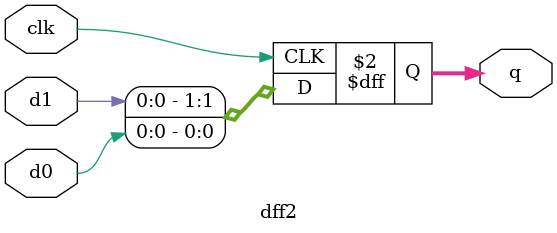
<source format=v>


module test;

reg clk;
reg [1:0] in0;
reg [1:0] in1;
reg sel0,sel1;
wire [1:0] q;

dff2 u1 (q,clk,in0[sel0],in1[sel1]);

initial
  begin
     clk = 0;
     in0 = 2'b0;
     in1 = 2'b0;
     sel0 = 1'b0;
     sel1 = 1'b1;
     #8;
     $display("initial val =%x",q);
     #8;
     if(q == 2'b0)
	     $display("PASSED");
     else
	     $display("FAILED");
     $finish ;
  end

always #5 clk = ~clk;

endmodule


// This is just a dual dff
module dff2 (q,clk,d0,d1);

input clk,d0,d1;
output [1:0] q;

reg [1:0] q;

  always @(posedge clk)
	  q <= {d1,d0};

endmodule

</source>
